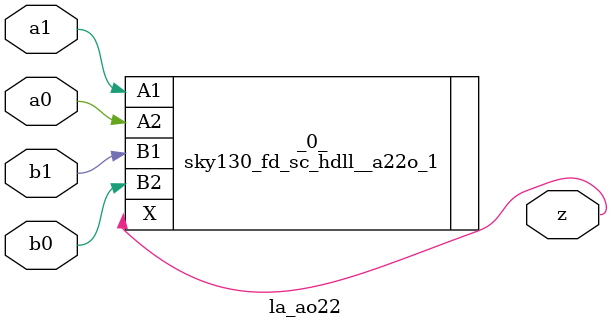
<source format=v>

/* Generated by Yosys 0.38+92 (git sha1 84116c9a3, x86_64-conda-linux-gnu-cc 11.2.0 -fvisibility-inlines-hidden -fmessage-length=0 -march=nocona -mtune=haswell -ftree-vectorize -fPIC -fstack-protector-strong -fno-plt -O2 -ffunction-sections -fdebug-prefix-map=/root/conda-eda/conda-eda/workdir/conda-env/conda-bld/yosys_1708682838165/work=/usr/local/src/conda/yosys-0.38_93_g84116c9a3 -fdebug-prefix-map=/user/projekt_pia/miniconda3/envs/sc=/usr/local/src/conda-prefix -fPIC -Os -fno-merge-constants) */

module la_ao22(a0, a1, b0, b1, z);
  input a0;
  wire a0;
  input a1;
  wire a1;
  input b0;
  wire b0;
  input b1;
  wire b1;
  output z;
  wire z;
  sky130_fd_sc_hdll__a22o_1 _0_ (
    .A1(a1),
    .A2(a0),
    .B1(b1),
    .B2(b0),
    .X(z)
  );
endmodule

</source>
